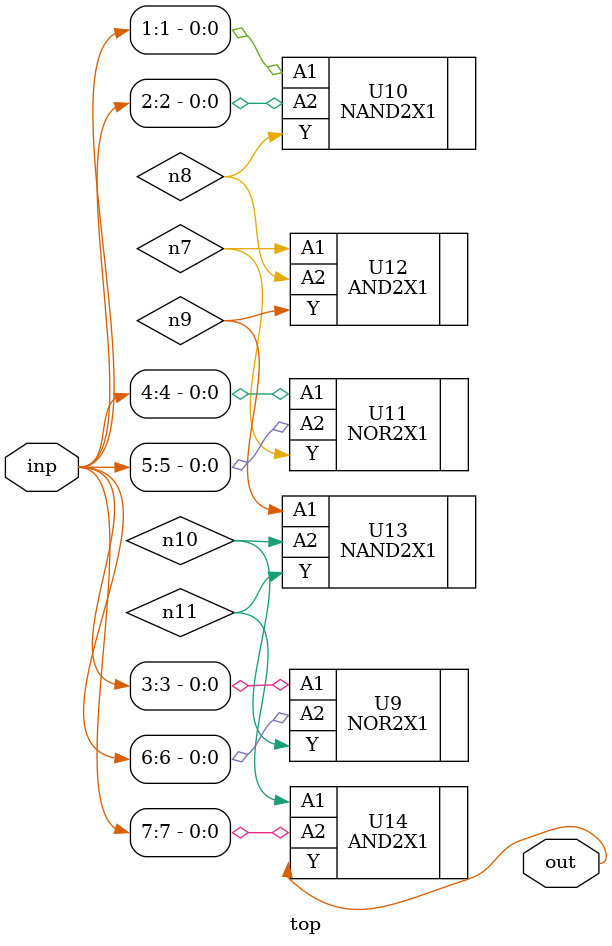
<source format=sv>


module top ( inp, out );
  input [7:0] inp;
  output out;
  wire   n7, n8, n9, n10, n11;

  NOR2X1 U9 ( .A1(inp[3]), .A2(inp[6]), .Y(n10) );
  NAND2X1 U10 ( .A1(inp[1]), .A2(inp[2]), .Y(n8) );
  NOR2X1 U11 ( .A1(inp[4]), .A2(inp[5]), .Y(n7) );
  AND2X1 U12 ( .A1(n7), .A2(n8), .Y(n9) );
  NAND2X1 U13 ( .A1(n9), .A2(n10), .Y(n11) );
  AND2X1 U14 ( .A1(n11), .A2(inp[7]), .Y(out) );
endmodule


</source>
